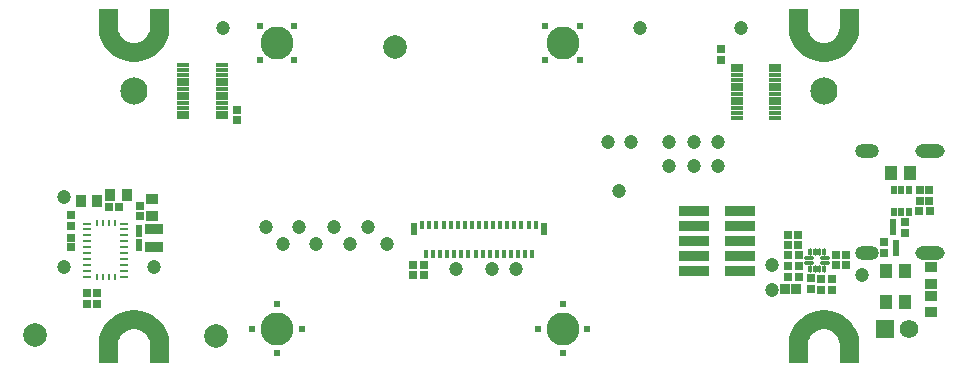
<source format=gts>
G04*
G04 #@! TF.GenerationSoftware,Altium Limited,Altium Designer,21.2.2 (38)*
G04*
G04 Layer_Color=8388736*
%FSLAX44Y44*%
%MOMM*%
G71*
G04*
G04 #@! TF.SameCoordinates,AE48C8AA-F38C-48B7-832D-B57493388113*
G04*
G04*
G04 #@! TF.FilePolarity,Negative*
G04*
G01*
G75*
%ADD29R,0.6750X0.2500*%
%ADD30R,0.2500X0.5750*%
%ADD33R,1.0200X0.3300*%
%ADD34R,0.4000X0.7500*%
%ADD35R,0.5000X1.0500*%
%ADD36R,0.6532X0.7532*%
%ADD37C,1.2032*%
%ADD38R,1.1032X1.2032*%
%ADD39R,0.6032X0.7032*%
%ADD40R,0.7232X0.7232*%
%ADD41R,1.1032X0.9032*%
%ADD42R,0.6232X0.6632*%
%ADD43R,0.8232X0.8232*%
%ADD44R,0.9032X1.1032*%
%ADD45R,0.7232X0.7232*%
%ADD46R,0.5232X0.5632*%
%ADD47C,2.0000*%
%ADD48R,0.7532X0.6532*%
G04:AMPARAMS|DCode=49|XSize=0.3mm|YSize=0.8mm|CornerRadius=0.1mm|HoleSize=0mm|Usage=FLASHONLY|Rotation=90.000|XOffset=0mm|YOffset=0mm|HoleType=Round|Shape=RoundedRectangle|*
%AMROUNDEDRECTD49*
21,1,0.3000,0.6000,0,0,90.0*
21,1,0.1000,0.8000,0,0,90.0*
1,1,0.2000,0.3000,0.0500*
1,1,0.2000,0.3000,-0.0500*
1,1,0.2000,-0.3000,-0.0500*
1,1,0.2000,-0.3000,0.0500*
%
%ADD49ROUNDEDRECTD49*%
G04:AMPARAMS|DCode=50|XSize=0.3mm|YSize=0.6mm|CornerRadius=0.1mm|HoleSize=0mm|Usage=FLASHONLY|Rotation=180.000|XOffset=0mm|YOffset=0mm|HoleType=Round|Shape=RoundedRectangle|*
%AMROUNDEDRECTD50*
21,1,0.3000,0.4000,0,0,180.0*
21,1,0.1000,0.6000,0,0,180.0*
1,1,0.2000,-0.0500,0.2000*
1,1,0.2000,0.0500,0.2000*
1,1,0.2000,0.0500,-0.2000*
1,1,0.2000,-0.0500,-0.2000*
%
%ADD50ROUNDEDRECTD50*%
%ADD51R,1.6032X0.9532*%
%ADD52R,2.6032X0.9632*%
%ADD53C,2.8000*%
%ADD54R,1.5712X1.5712*%
%ADD55C,1.5712*%
%ADD56O,2.0000X1.2000*%
%ADD57O,2.5000X1.2000*%
%ADD58C,2.3032*%
%ADD59C,0.6080*%
%ADD60C,0.6096*%
G36*
X-278330Y-239965D02*
Y-224965D01*
X-278397Y-223617D01*
X-278922Y-220974D01*
X-279954Y-218484D01*
X-281451Y-216242D01*
X-283357Y-214336D01*
X-285599Y-212839D01*
X-288089Y-211807D01*
X-290733Y-211281D01*
X-292080Y-211215D01*
D01*
X-292080D01*
X-293428Y-211281D01*
X-296072Y-211807D01*
X-298562Y-212839D01*
X-300803Y-214336D01*
X-302709Y-216242D01*
X-304207Y-218484D01*
X-305238Y-220974D01*
X-305764Y-223617D01*
X-305830Y-224965D01*
D01*
Y-239965D01*
X-322080D01*
Y-224937D01*
Y-222973D01*
X-321567Y-219077D01*
X-320551Y-215282D01*
X-319047Y-211653D01*
X-317083Y-208250D01*
X-314691Y-205133D01*
X-311913Y-202355D01*
X-308796Y-199963D01*
X-305393Y-197998D01*
X-301763Y-196495D01*
X-297968Y-195478D01*
X-294073Y-194965D01*
X-292108D01*
D01*
X-292052D01*
X-290088D01*
X-286193Y-195478D01*
X-282397Y-196495D01*
X-278768Y-197998D01*
X-275365Y-199963D01*
X-272248Y-202355D01*
X-269470Y-205133D01*
X-267078Y-208250D01*
X-265114Y-211653D01*
X-263610Y-215282D01*
X-262593Y-219077D01*
X-262080Y-222973D01*
Y-224937D01*
D01*
Y-239965D01*
X-278330D01*
D02*
G37*
G36*
Y59943D02*
Y44943D01*
X-278397Y43595D01*
X-278922Y40951D01*
X-279954Y38461D01*
X-281451Y36220D01*
X-283357Y34314D01*
X-285599Y32816D01*
X-288089Y31785D01*
X-290733Y31259D01*
X-292080Y31193D01*
D01*
X-292080D01*
X-293428Y31259D01*
X-296072Y31785D01*
X-298562Y32816D01*
X-300803Y34314D01*
X-302709Y36220D01*
X-304207Y38461D01*
X-305238Y40951D01*
X-305764Y43595D01*
X-305830Y44943D01*
D01*
Y59943D01*
X-322080D01*
Y44915D01*
Y42950D01*
X-321567Y39055D01*
X-320551Y35260D01*
X-319047Y31630D01*
X-317083Y28227D01*
X-314691Y25110D01*
X-311913Y22332D01*
X-308796Y19940D01*
X-305393Y17976D01*
X-301763Y16472D01*
X-297968Y15455D01*
X-294073Y14943D01*
X-292108D01*
D01*
X-292052D01*
X-290088D01*
X-286193Y15455D01*
X-282397Y16472D01*
X-278768Y17976D01*
X-275365Y19940D01*
X-272248Y22332D01*
X-269470Y25110D01*
X-267078Y28227D01*
X-265114Y31630D01*
X-263610Y35260D01*
X-262593Y39055D01*
X-262080Y42950D01*
Y44915D01*
D01*
Y59943D01*
X-278330D01*
D02*
G37*
G36*
X278330Y-239988D02*
Y-224988D01*
X278396Y-223640D01*
X278922Y-220997D01*
X279954Y-218506D01*
X281451Y-216265D01*
X283357Y-214359D01*
X285599Y-212862D01*
X288089Y-211830D01*
X290733Y-211304D01*
X292080Y-211238D01*
D01*
X292080D01*
X293428Y-211304D01*
X296072Y-211830D01*
X298562Y-212862D01*
X300803Y-214359D01*
X302709Y-216265D01*
X304207Y-218506D01*
X305238Y-220997D01*
X305764Y-223640D01*
X305830Y-224988D01*
D01*
Y-239988D01*
X322080D01*
Y-224960D01*
Y-222995D01*
X321567Y-219100D01*
X320551Y-215305D01*
X319047Y-211675D01*
X317083Y-208273D01*
X314691Y-205156D01*
X311913Y-202377D01*
X308796Y-199986D01*
X305393Y-198021D01*
X301763Y-196518D01*
X297968Y-195501D01*
X294073Y-194988D01*
X292108D01*
D01*
X292052D01*
X290088D01*
X286192Y-195501D01*
X282397Y-196518D01*
X278768Y-198021D01*
X275365Y-199986D01*
X272248Y-202377D01*
X269470Y-205156D01*
X267078Y-208273D01*
X265114Y-211675D01*
X263610Y-215305D01*
X262593Y-219100D01*
X262080Y-222995D01*
Y-224960D01*
D01*
Y-239988D01*
X278330D01*
D02*
G37*
G36*
Y59932D02*
Y44932D01*
X278396Y43584D01*
X278922Y40941D01*
X279954Y38451D01*
X281451Y36209D01*
X283357Y34303D01*
X285599Y32806D01*
X288089Y31774D01*
X290733Y31248D01*
X292080Y31182D01*
D01*
X292080D01*
X293428Y31248D01*
X296072Y31774D01*
X298562Y32806D01*
X300803Y34303D01*
X302709Y36209D01*
X304207Y38451D01*
X305238Y40941D01*
X305764Y43584D01*
X305830Y44932D01*
D01*
Y59932D01*
X322080D01*
Y44904D01*
Y42940D01*
X321567Y39044D01*
X320551Y35249D01*
X319047Y31619D01*
X317083Y28217D01*
X314691Y25100D01*
X311913Y22322D01*
X308796Y19930D01*
X305393Y17965D01*
X301763Y16462D01*
X297968Y15445D01*
X294073Y14932D01*
X292108D01*
D01*
X292052D01*
X290088D01*
X286192Y15445D01*
X282397Y16462D01*
X278768Y17965D01*
X275365Y19930D01*
X272248Y22322D01*
X269470Y25100D01*
X267078Y28217D01*
X265114Y31619D01*
X263610Y35249D01*
X262593Y39044D01*
X262080Y42940D01*
Y44904D01*
D01*
Y59932D01*
X278330D01*
D02*
G37*
D29*
X-300316Y-121794D02*
D03*
Y-166794D02*
D03*
Y-161794D02*
D03*
Y-156794D02*
D03*
Y-151794D02*
D03*
Y-146794D02*
D03*
Y-141794D02*
D03*
Y-136794D02*
D03*
Y-131794D02*
D03*
Y-126794D02*
D03*
X-331566Y-121794D02*
D03*
Y-126794D02*
D03*
Y-131794D02*
D03*
Y-136794D02*
D03*
Y-141794D02*
D03*
Y-146794D02*
D03*
Y-151794D02*
D03*
Y-156794D02*
D03*
Y-161794D02*
D03*
Y-166794D02*
D03*
D30*
X-323441Y-167419D02*
D03*
X-318441D02*
D03*
X-313441D02*
D03*
X-308441D02*
D03*
Y-121169D02*
D03*
X-313441D02*
D03*
X-318441D02*
D03*
X-323441D02*
D03*
D33*
X-217974Y4125D02*
D03*
Y125D02*
D03*
Y-3875D02*
D03*
Y-7875D02*
D03*
Y-11875D02*
D03*
Y-27875D02*
D03*
Y-15875D02*
D03*
Y-19875D02*
D03*
Y-23875D02*
D03*
Y-31875D02*
D03*
X-250774D02*
D03*
Y-27875D02*
D03*
Y-23875D02*
D03*
Y-19875D02*
D03*
Y-15875D02*
D03*
Y-11875D02*
D03*
Y-7875D02*
D03*
Y-3875D02*
D03*
Y125D02*
D03*
Y4125D02*
D03*
Y8125D02*
D03*
Y12125D02*
D03*
X-217974Y8125D02*
D03*
Y12125D02*
D03*
X218100Y-24125D02*
D03*
Y-20125D02*
D03*
Y-16125D02*
D03*
Y-12125D02*
D03*
Y-8125D02*
D03*
Y7875D02*
D03*
Y-4125D02*
D03*
Y-125D02*
D03*
Y3875D02*
D03*
Y11875D02*
D03*
X250900D02*
D03*
Y7875D02*
D03*
Y3875D02*
D03*
Y-125D02*
D03*
Y-4125D02*
D03*
Y-8125D02*
D03*
Y-12125D02*
D03*
Y-16125D02*
D03*
Y-20125D02*
D03*
Y-24125D02*
D03*
Y-28125D02*
D03*
Y-32125D02*
D03*
X218100Y-28125D02*
D03*
Y-32125D02*
D03*
D34*
X48000Y-122750D02*
D03*
X45075Y-147250D02*
D03*
X42000Y-122750D02*
D03*
X36000D02*
D03*
X30000D02*
D03*
X24000D02*
D03*
X18000D02*
D03*
X12000D02*
D03*
X6000D02*
D03*
X0D02*
D03*
X-6000D02*
D03*
X-12000D02*
D03*
X-18000D02*
D03*
X-24000D02*
D03*
X-30000D02*
D03*
X-36000D02*
D03*
X-42000D02*
D03*
X-48000D02*
D03*
X39075Y-147250D02*
D03*
X33075D02*
D03*
X27075D02*
D03*
X21075D02*
D03*
X15075D02*
D03*
X9075D02*
D03*
X3075D02*
D03*
X-2925D02*
D03*
X-8925D02*
D03*
X-14925D02*
D03*
X-20925D02*
D03*
X-26925D02*
D03*
X-32925D02*
D03*
X-38925D02*
D03*
X-44925D02*
D03*
D35*
X-55000Y-126250D02*
D03*
X55000D02*
D03*
D36*
X-55648Y-156762D02*
D03*
X-46648D02*
D03*
X-46648Y-165505D02*
D03*
X-55648D02*
D03*
X372900Y-111400D02*
D03*
X381900D02*
D03*
X261344Y-131109D02*
D03*
X270344D02*
D03*
X261646Y-166647D02*
D03*
X270646D02*
D03*
X289646Y-168647D02*
D03*
X298647D02*
D03*
X289646Y-177647D02*
D03*
X298647D02*
D03*
X270646Y-148647D02*
D03*
X261646D02*
D03*
X270646Y-157647D02*
D03*
X261646D02*
D03*
X310893Y-156545D02*
D03*
X301893D02*
D03*
X310893Y-148154D02*
D03*
X301893D02*
D03*
D37*
X-19553Y-160051D02*
D03*
X11293D02*
D03*
X30947D02*
D03*
X182000Y-52501D02*
D03*
X202000Y-73000D02*
D03*
Y-52501D02*
D03*
X118740Y-94239D02*
D03*
X-123000Y-125000D02*
D03*
X161000Y-73000D02*
D03*
X182000D02*
D03*
X-109000Y-139000D02*
D03*
X-166000D02*
D03*
X-180000Y-125000D02*
D03*
X-138000Y-139000D02*
D03*
X-78000D02*
D03*
X161000Y-52501D02*
D03*
X-152000Y-125000D02*
D03*
X-94000D02*
D03*
X136000Y44000D02*
D03*
X-217000D02*
D03*
X-351000Y-158229D02*
D03*
X324000Y-165000D02*
D03*
X248293Y-178293D02*
D03*
Y-157293D02*
D03*
X-275140Y-158229D02*
D03*
X-351000Y-99000D02*
D03*
X128768Y-52501D02*
D03*
X109125D02*
D03*
X222000Y44000D02*
D03*
D38*
X349052Y-78620D02*
D03*
X365052D02*
D03*
X345000Y-188000D02*
D03*
X361000D02*
D03*
X345000Y-162000D02*
D03*
X361000D02*
D03*
D39*
X364000Y-93000D02*
D03*
X357500D02*
D03*
X351000D02*
D03*
Y-112000D02*
D03*
X357500D02*
D03*
X364000D02*
D03*
D40*
X373400Y-102400D02*
D03*
X381400D02*
D03*
Y-93000D02*
D03*
X373400D02*
D03*
X262000Y-140000D02*
D03*
X270000D02*
D03*
X-305000Y-108000D02*
D03*
X-313000D02*
D03*
D41*
X383000Y-183000D02*
D03*
Y-197000D02*
D03*
X383000Y-173000D02*
D03*
Y-159000D02*
D03*
X-277000Y-115000D02*
D03*
Y-101000D02*
D03*
D42*
X350500Y-128100D02*
D03*
Y-121500D02*
D03*
X353000Y-139000D02*
D03*
Y-145600D02*
D03*
D43*
X259500Y-177000D02*
D03*
X268500D02*
D03*
D44*
X-312000Y-98000D02*
D03*
X-298000D02*
D03*
X-337000Y-103000D02*
D03*
X-323000D02*
D03*
D45*
X-287000Y-107200D02*
D03*
Y-115200D02*
D03*
X-345000Y-134000D02*
D03*
Y-142000D02*
D03*
D46*
X-288000Y-137200D02*
D03*
Y-142800D02*
D03*
Y-130800D02*
D03*
Y-125200D02*
D03*
D47*
X-223000Y-217000D02*
D03*
X-376000Y-216000D02*
D03*
X-71000Y28000D02*
D03*
D48*
X205000Y26000D02*
D03*
Y17000D02*
D03*
X361087Y-129538D02*
D03*
Y-120538D02*
D03*
X-332000Y-180500D02*
D03*
Y-189500D02*
D03*
X-323000Y-180500D02*
D03*
Y-189500D02*
D03*
X-205000Y-34500D02*
D03*
Y-25500D02*
D03*
X343222Y-137486D02*
D03*
Y-146486D02*
D03*
X281147Y-177147D02*
D03*
Y-168147D02*
D03*
X-345000Y-123500D02*
D03*
Y-114500D02*
D03*
D49*
X279646Y-151147D02*
D03*
Y-155147D02*
D03*
X292647D02*
D03*
Y-151147D02*
D03*
D50*
X280147Y-160646D02*
D03*
X284146D02*
D03*
X288146D02*
D03*
X292146D02*
D03*
Y-145646D02*
D03*
X288146D02*
D03*
X284146D02*
D03*
X280147D02*
D03*
D51*
X-275000Y-126700D02*
D03*
Y-141300D02*
D03*
D52*
X182000Y-111300D02*
D03*
X221000D02*
D03*
X182000D02*
D03*
Y-124000D02*
D03*
Y-136700D02*
D03*
Y-149400D02*
D03*
Y-162100D02*
D03*
X221000Y-111300D02*
D03*
Y-124000D02*
D03*
Y-136700D02*
D03*
Y-149400D02*
D03*
Y-162100D02*
D03*
D53*
X71000Y-211000D02*
D03*
X-171000D02*
D03*
Y31000D02*
D03*
X71000D02*
D03*
D54*
X344000Y-211127D02*
D03*
D55*
X364000D02*
D03*
D56*
X328523Y-60590D02*
D03*
Y-146990D02*
D03*
D57*
X382123Y-60590D02*
D03*
Y-146990D02*
D03*
D58*
X292000Y-10000D02*
D03*
X-292000D02*
D03*
D59*
X50250Y-211000D02*
D03*
X91750D02*
D03*
X71000Y-231750D02*
D03*
Y-190250D02*
D03*
X-191750Y-211000D02*
D03*
X-150250D02*
D03*
X-171000Y-231750D02*
D03*
Y-190250D02*
D03*
X-156328Y45672D02*
D03*
X-185672Y16328D02*
D03*
Y45672D02*
D03*
X-156328Y16328D02*
D03*
X85672Y45672D02*
D03*
X56328Y16328D02*
D03*
Y45672D02*
D03*
X85672Y16328D02*
D03*
D60*
X292000Y-202545D02*
D03*
X280750Y-205560D02*
D03*
X272514Y-213795D02*
D03*
X269500Y-225045D02*
D03*
X314500D02*
D03*
X311486Y-213795D02*
D03*
X303250Y-205560D02*
D03*
X-292000Y-202523D02*
D03*
X-280750Y-205537D02*
D03*
X-272514Y-213773D02*
D03*
X-269500Y-225023D02*
D03*
X-314500D02*
D03*
X-311486Y-213773D02*
D03*
X-303250Y-205537D02*
D03*
X292000Y22490D02*
D03*
X280750Y25504D02*
D03*
X272514Y33740D02*
D03*
X269500Y44990D02*
D03*
X314500D02*
D03*
X311486Y33740D02*
D03*
X303250Y25504D02*
D03*
X-303250Y25515D02*
D03*
X-311486Y33750D02*
D03*
X-314500Y45000D02*
D03*
X-269500D02*
D03*
X-272514Y33750D02*
D03*
X-280750Y25515D02*
D03*
X-292000Y22500D02*
D03*
M02*

</source>
